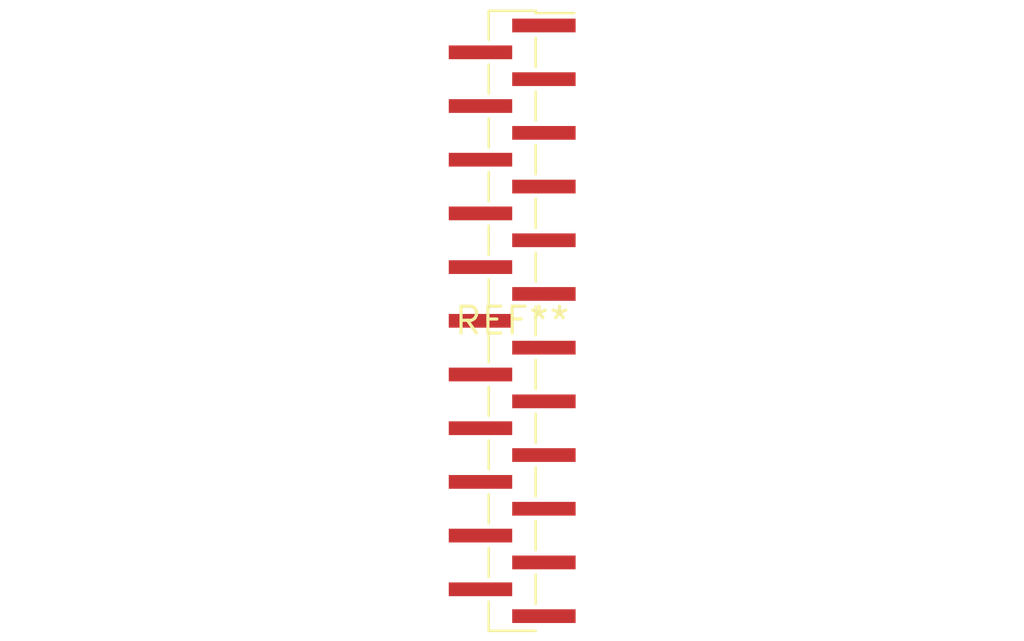
<source format=kicad_pcb>
(kicad_pcb (version 20240108) (generator pcbnew)
  (layers (0 "F.Cu" signal) (31 "B.Cu" signal) (34 "B.Paste" user) (35 "F.Paste" user) (36 "B.SilkS" user "B.Silkscreen") (37 "F.SilkS" user "F.Silkscreen") (38 "B.Mask" user) (39 "F.Mask" user) (44 "Edge.Cuts" user))
  (net 0 "")
  (footprint "PinHeader_1x23_P1.27mm_Vertical_SMD_Pin1Right" (layer "F.Cu") (at 0 0)
    (property "Reference" "REF**")
    (property "Value" "PinHeader_1x23_P1.27mm_Vertical_SMD_Pin1Right")
    (fp_line (start -1.11 -14.665) (end 1.11 -14.665) (layer "F.SilkS") (stroke (width 0.12)))
    (fp_line (start -1.11 -14.655) (end -1.11 -13.285) (layer "F.SilkS") (stroke (width 0.12)))
    (fp_line (start -1.11 -12.115) (end -1.11 -10.745) (layer "F.SilkS") (stroke (width 0.12)))
    (fp_line (start -1.11 -9.575) (end -1.11 -8.205) (layer "F.SilkS") (stroke (width 0.12)))
    (fp_line (start -1.11 -7.035) (end -1.11 -5.665) (layer "F.SilkS") (stroke (width 0.12)))
    (fp_line (start -1.11 -4.495) (end -1.11 -3.125) (layer "F.SilkS") (stroke (width 0.12)))
    (fp_line (start -1.11 -1.955) (end -1.11 -0.585) (layer "F.SilkS") (stroke (width 0.12)))
    (fp_line (start -1.11 0.585) (end -1.11 1.955) (layer "F.SilkS") (stroke (width 0.12)))
    (fp_line (start -1.11 3.125) (end -1.11 4.495) (layer "F.SilkS") (stroke (width 0.12)))
    (fp_line (start -1.11 5.665) (end -1.11 7.035) (layer "F.SilkS") (stroke (width 0.12)))
    (fp_line (start -1.11 8.205) (end -1.11 9.575) (layer "F.SilkS") (stroke (width 0.12)))
    (fp_line (start -1.11 10.745) (end -1.11 12.115) (layer "F.SilkS") (stroke (width 0.12)))
    (fp_line (start -1.11 13.285) (end -1.11 14.655) (layer "F.SilkS") (stroke (width 0.12)))
    (fp_line (start -1.11 14.555) (end -1.11 14.665) (layer "F.SilkS") (stroke (width 0.12)))
    (fp_line (start -1.11 14.665) (end 1.11 14.665) (layer "F.SilkS") (stroke (width 0.12)))
    (fp_line (start 1.11 -14.665) (end 1.11 -14.555) (layer "F.SilkS") (stroke (width 0.12)))
    (fp_line (start 1.11 -14.555) (end 2.94 -14.555) (layer "F.SilkS") (stroke (width 0.12)))
    (fp_line (start 1.11 -13.385) (end 1.11 -12.015) (layer "F.SilkS") (stroke (width 0.12)))
    (fp_line (start 1.11 -10.845) (end 1.11 -9.475) (layer "F.SilkS") (stroke (width 0.12)))
    (fp_line (start 1.11 -8.305) (end 1.11 -6.935) (layer "F.SilkS") (stroke (width 0.12)))
    (fp_line (start 1.11 -5.765) (end 1.11 -4.395) (layer "F.SilkS") (stroke (width 0.12)))
    (fp_line (start 1.11 -3.225) (end 1.11 -1.855) (layer "F.SilkS") (stroke (width 0.12)))
    (fp_line (start 1.11 -0.685) (end 1.11 0.685) (layer "F.SilkS") (stroke (width 0.12)))
    (fp_line (start 1.11 1.855) (end 1.11 3.225) (layer "F.SilkS") (stroke (width 0.12)))
    (fp_line (start 1.11 4.395) (end 1.11 5.765) (layer "F.SilkS") (stroke (width 0.12)))
    (fp_line (start 1.11 6.935) (end 1.11 8.305) (layer "F.SilkS") (stroke (width 0.12)))
    (fp_line (start 1.11 9.475) (end 1.11 10.845) (layer "F.SilkS") (stroke (width 0.12)))
    (fp_line (start 1.11 12.015) (end 1.11 13.385) (layer "F.SilkS") (stroke (width 0.12)))
    (pad "1" smd rect (at 1.5 -13.97) (size 3 0.65) (layers "F.Cu" "F.Paste" "F.Mask"))
    (pad "2" smd rect (at -1.5 -12.7) (size 3 0.65) (layers "F.Cu" "F.Paste" "F.Mask"))
    (pad "3" smd rect (at 1.5 -11.43) (size 3 0.65) (layers "F.Cu" "F.Paste" "F.Mask"))
    (pad "4" smd rect (at -1.5 -10.16) (size 3 0.65) (layers "F.Cu" "F.Paste" "F.Mask"))
    (pad "5" smd rect (at 1.5 -8.89) (size 3 0.65) (layers "F.Cu" "F.Paste" "F.Mask"))
    (pad "6" smd rect (at -1.5 -7.62) (size 3 0.65) (layers "F.Cu" "F.Paste" "F.Mask"))
    (pad "7" smd rect (at 1.5 -6.35) (size 3 0.65) (layers "F.Cu" "F.Paste" "F.Mask"))
    (pad "8" smd rect (at -1.5 -5.08) (size 3 0.65) (layers "F.Cu" "F.Paste" "F.Mask"))
    (pad "9" smd rect (at 1.5 -3.81) (size 3 0.65) (layers "F.Cu" "F.Paste" "F.Mask"))
    (pad "10" smd rect (at -1.5 -2.54) (size 3 0.65) (layers "F.Cu" "F.Paste" "F.Mask"))
    (pad "11" smd rect (at 1.5 -1.27) (size 3 0.65) (layers "F.Cu" "F.Paste" "F.Mask"))
    (pad "12" smd rect (at -1.5 0) (size 3 0.65) (layers "F.Cu" "F.Paste" "F.Mask"))
    (pad "13" smd rect (at 1.5 1.27) (size 3 0.65) (layers "F.Cu" "F.Paste" "F.Mask"))
    (pad "14" smd rect (at -1.5 2.54) (size 3 0.65) (layers "F.Cu" "F.Paste" "F.Mask"))
    (pad "15" smd rect (at 1.5 3.81) (size 3 0.65) (layers "F.Cu" "F.Paste" "F.Mask"))
    (pad "16" smd rect (at -1.5 5.08) (size 3 0.65) (layers "F.Cu" "F.Paste" "F.Mask"))
    (pad "17" smd rect (at 1.5 6.35) (size 3 0.65) (layers "F.Cu" "F.Paste" "F.Mask"))
    (pad "18" smd rect (at -1.5 7.62) (size 3 0.65) (layers "F.Cu" "F.Paste" "F.Mask"))
    (pad "19" smd rect (at 1.5 8.89) (size 3 0.65) (layers "F.Cu" "F.Paste" "F.Mask"))
    (pad "20" smd rect (at -1.5 10.16) (size 3 0.65) (layers "F.Cu" "F.Paste" "F.Mask"))
    (pad "21" smd rect (at 1.5 11.43) (size 3 0.65) (layers "F.Cu" "F.Paste" "F.Mask"))
    (pad "22" smd rect (at -1.5 12.7) (size 3 0.65) (layers "F.Cu" "F.Paste" "F.Mask"))
    (pad "23" smd rect (at 1.5 13.97) (size 3 0.65) (layers "F.Cu" "F.Paste" "F.Mask"))
  )
)
</source>
